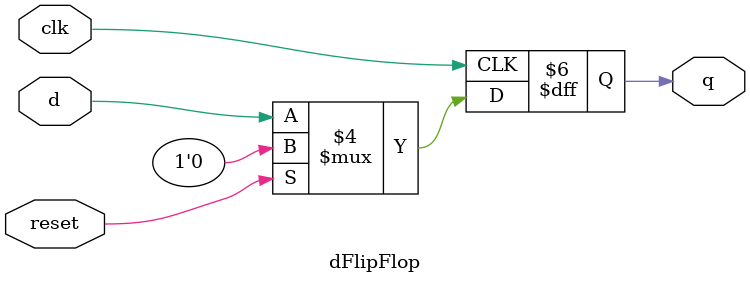
<source format=v>
module dFlipFlop(q, d, clk, reset);

	output reg q;
	input d, clk, reset;

	always@(negedge clk)
	if(reset == 1'b1)
		q <= 1'b0;
	else
		q <= d;

endmodule
</source>
